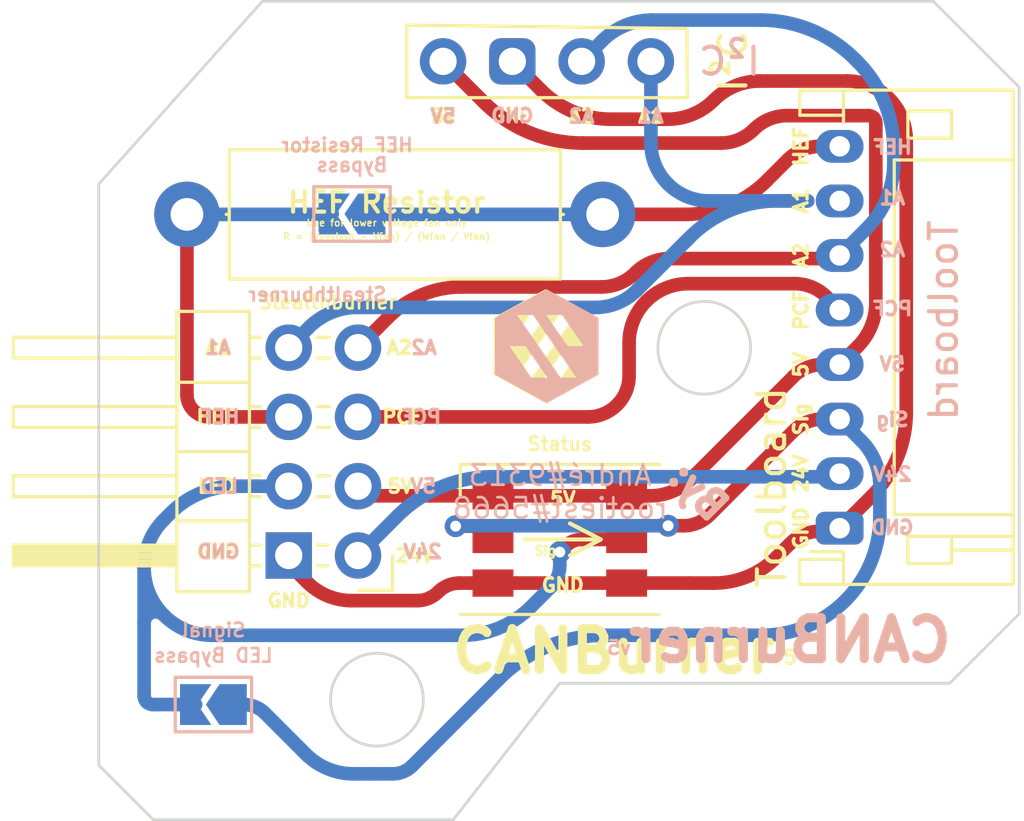
<source format=kicad_pcb>
(kicad_pcb (version 20211014) (generator pcbnew)
  (title_block (title "CanBurner") (date "04.11.2022") (rev "2.0") (comment 2 "rootiest#5668") (comment 3 "André#9313") (comment 4 "By:"))
  (layers (0 "F.Cu" signal) (31 "B.Cu" signal) (34 "B.Paste" user) (35 "F.Paste" user) (36 "B.SilkS" user "B.Silkscreen") (37 "F.SilkS" user "F.Silkscreen") (38 "B.Mask" user) (39 "F.Mask" user) (44 "Edge.Cuts" user))
  (net 0 "")
  (net 1 "/24V")
  (net 2 "/HEF")
  (net 3 "/A1")
  (net 4 "/A2")
  (net 5 "/PCF")
  (net 6 "/Sig")
  (net 7 "/5V")
  (net 8 "/GND")
  (footprint "Connector_PinSocket_2.54mm:PinSocket_1x04_P2.54mm_Vertical" (layer "F.Cu") (at 84.619469 22.330407 -90)
    (fp_text reference "I²C" (at 0 -3.010531 -90) (layer "F.SilkS"))
    (fp_text value "i2C Addon" hide)
    (pad "1" thru_hole oval (at 0 0 270) (size 1.7 1.7) (drill 1) (layers *.Cu *.Mask) (net 3 "/A1"))
    (pad "2" thru_hole oval (at 0 2.54 270) (size 1.7 1.7) (drill 1) (layers *.Cu *.Mask) (net 4 "/A2"))
    (pad "3" thru_hole roundrect (at 0 5.08 270) (size 1.7 1.7) (drill 1) (layers *.Cu *.Mask) (net 8 "/GND"))
    (pad "4" thru_hole oval (at 0 7.62 270) (size 1.7 1.7) (drill 1) (layers *.Cu *.Mask) (net 7 "/5V"))
  )
  (footprint "LED_SMD:LED_WS2812_PLCC6_5.0x5.0mm_P1.6mm" (layer "F.Cu") (at 81.28 39.856814)
    (fp_text reference "Status" (at 0 -3.5) (layer "F.SilkS") (effects (font (size 0.5 0.5) (thickness 0.1))))
    (fp_text value "LED_WS2812_PLCC6_5.0x5.0mm_P1.6mm" hide)
    (pad "1" smd rect (at 2.45 -1.6) (size 1.5 1) (layers "F.Cu" "F.Paste" "F.Mask") (net 7 "/5V"))
    (pad "2" smd rect (at 2.45 0) (size 1.5 1) (layers "F.Cu" "F.Paste" "F.Mask") (net 6 "/Sig"))
    (pad "3" smd rect (at 2.45 1.6) (size 1.5 1) (layers "F.Cu" "F.Paste" "F.Mask") (net 8 "/GND"))
    (pad "4" smd rect (at -2.45 1.6) (size 1.5 1) (layers "F.Cu" "F.Paste" "F.Mask") (net 8 "/GND"))
    (pad "5" smd rect (at -2.45 0) (size 1.5 1) (layers "F.Cu" "F.Paste" "F.Mask") (net 6 "/Sig"))
    (pad "6" smd rect (at -2.45 -1.6) (size 1.5 1) (layers "F.Cu" "F.Paste" "F.Mask") (net 7 "/5V"))
  )
  (footprint "Connector_JST:JST_PH_S8B-PH-K_1x08_P2.00mm_Horizontal" (layer "F.Cu") (at 91.54 39.445 90)
    (fp_text reference "Toolboard" (at 1.495 -2.49 270) (layer "F.SilkS"))
    (fp_text value "JST_PH_S8B-PH-K_1x08_P2.00mm_Horizontal" hide)
    (pad "1" thru_hole roundrect (at 0 0 90) (size 1.2 1.75) (drill 0.75) (layers *.Cu *.Mask) (net 8 "/GND"))
    (pad "2" thru_hole oval (at 2 0 90) (size 1.2 1.75) (drill 0.75) (layers *.Cu *.Mask) (net 1 "/24V"))
    (pad "3" thru_hole oval (at 4 0 90) (size 1.2 1.75) (drill 0.75) (layers *.Cu *.Mask) (net 6 "/Sig"))
    (pad "4" thru_hole oval (at 6 0 90) (size 1.2 1.75) (drill 0.75) (layers *.Cu *.Mask) (net 7 "/5V"))
    (pad "5" thru_hole oval (at 8 0 90) (size 1.2 1.75) (drill 0.75) (layers *.Cu *.Mask) (net 5 "/PCF"))
    (pad "6" thru_hole oval (at 10 0 90) (size 1.2 1.75) (drill 0.75) (layers *.Cu *.Mask) (net 4 "/A2"))
    (pad "7" thru_hole oval (at 12 0 90) (size 1.2 1.75) (drill 0.75) (layers *.Cu *.Mask) (net 3 "/A1"))
    (pad "8" thru_hole oval (at 14 0 90) (size 1.2 1.75) (drill 0.75) (layers *.Cu *.Mask) (net 2 "/HEF"))
  )
  (footprint "Resistor_THT:R_Axial_DIN0414_L11.9mm_D4.5mm_P15.24mm_Horizontal" (layer "F.Cu") (at 82.85 27.94 180)
    (fp_text reference "HEF Resistor" hide)
    (fp_text value "HEF Resistor" hide)
    (pad "1" thru_hole circle (at 0 0 180) (size 2.4 2.4) (drill 1.2) (layers *.Cu *.Mask) (net 2 "/HEF"))
    (pad "2" thru_hole oval (at 15.24 0 180) (size 2.4 2.4) (drill 1.2) (layers *.Cu *.Mask) (net 2 "/HEF"))
  )
  (footprint "Logo:Voron_logo" (layer "F.Cu") (at 80.775 32.73)
    (fp_text reference "G***" hide)
    (fp_text value "LOGO" hide)
  )
  (footprint "Connector_PinHeader_2.54mm:PinHeader_2x04_P2.54mm_Horizontal" (layer "F.Cu") (at 63.261315 32.825026)
    (fp_text reference "J1" hide)
    (fp_text value "Conn_02x04_Odd_Even" hide)
    (pad "1" thru_hole oval (at 8.08 0 180) (size 1.7 1.7) (drill 1) (layers *.Cu *.Mask) (net 3 "/A1"))
    (pad "2" thru_hole oval (at 10.62 0 180) (size 1.7 1.7) (drill 1) (layers *.Cu *.Mask) (net 4 "/A2"))
    (pad "3" thru_hole oval (at 8.08 2.54 180) (size 1.7 1.7) (drill 1) (layers *.Cu *.Mask) (net 2 "/HEF"))
    (pad "4" thru_hole oval (at 10.62 2.54 180) (size 1.7 1.7) (drill 1) (layers *.Cu *.Mask) (net 5 "/PCF"))
    (pad "5" thru_hole oval (at 8.08 5.08 180) (size 1.7 1.7) (drill 1) (layers *.Cu *.Mask) (net 6 "/Sig"))
    (pad "6" thru_hole oval (at 10.62 5.08 180) (size 1.7 1.7) (drill 1) (layers *.Cu *.Mask) (net 7 "/5V"))
    (pad "7" thru_hole rect (at 8.08 7.62 180) (size 1.7 1.7) (drill 1) (layers *.Cu *.Mask) (net 8 "/GND"))
    (pad "8" thru_hole circle (at 10.62 7.62 180) (size 1.7 1.7) (drill 1) (layers *.Cu *.Mask) (net 1 "/24V"))
  )
  (footprint "LOGO" (layer "F.Cu") (at 93.98 21.59)
    (fp_text reference "G***" hide)
    (fp_text value "LOGO" hide)
  )
  (footprint "Logo:Voron_logo" (layer "B.Cu") (at 80.775 32.73 180)
    (fp_text reference "G***" hide)
    (fp_text value "LOGO" hide)
  )
  (footprint "Jumper:SolderJumper-2_P1.3mm_Open_TrianglePad1.0x1.5mm" (layer "B.Cu") (at 73.66 27.925 180)
    (fp_text reference "Bypass" (at 0 1.8) (layer "B.SilkS") (effects (font (size 0.5 0.5) (thickness 0.1)) (justify mirror)))
    (fp_text value "LED Bypass" hide)
    (pad "1" smd custom (at -0.725 0 180) (size 0.3 0.3) (layers "B.Cu" "B.Mask") (net 2 "/HEF") (options (clearance outline) (anchor rect)) (primitives (gr_poly (pts (xy 1 0) (xy 0.5 -0.75) (xy -0.5 -0.75) (xy -0.5 0.75) (xy 0.5 0.75)) (width 0) (fill yes))))
    (pad "2" smd custom (at 0.725 0 180) (size 0.3 0.3) (layers "B.Cu" "B.Mask") (net 2 "/HEF") (options (clearance outline) (anchor rect)) (primitives (gr_poly (pts (xy 0.5 -0.75) (xy -0.65 -0.75) (xy -0.15 0) (xy -0.65 0.75) (xy 0.5 0.75)) (width 0) (fill yes))))
  )
  (footprint "Jumper:SolderJumper-2_P1.3mm_Open_TrianglePad1.0x1.5mm" (layer "B.Cu") (at 68.58 45.91 180)
    (fp_text reference "LED Bypass" (at 0 1.8) (layer "B.SilkS") (effects (font (size 0.5 0.5) (thickness 0.1)) (justify mirror)))
    (fp_text value "LED Bypass")
    (pad "1" smd custom (at -0.725 0 180) (size 0.3 0.3) (layers "B.Cu" "B.Mask") (net 6 "/Sig") (options (clearance outline) (anchor rect)) (primitives (gr_poly (pts (xy 1 0) (xy 0.5 -0.75) (xy -0.5 -0.75) (xy -0.5 0.75) (xy 0.5 0.75)) (width 0) (fill yes))))
    (pad "2" smd custom (at 0.725 0 180) (size 0.3 0.3) (layers "B.Cu" "B.Mask") (net 6 "/Sig") (options (clearance outline) (anchor rect)) (primitives (gr_poly (pts (xy 0.5 -0.75) (xy -0.65 -0.75) (xy -0.15 0) (xy -0.65 0.75) (xy 0.5 0.75)) (width 0) (fill yes))))
  )
  (footprint "LOGO" (layer "B.Cu") (at 71.12 22.86 180)
    (fp_text reference "G***" hide)
    (fp_text value "LOGO" hide)
  )
  (gr_line (start 94.975 20.13) (end 98.12 23.275) (layer "Edge.Cuts") (width 0.1))
  (gr_circle (center 74.575 45.73) (end 76.275 45.73) (layer "Edge.Cuts") (width 0.1) (fill none))
  (gr_line (start 98.12 23.275) (end 98.125 42.58) (layer "Edge.Cuts") (width 0.1))
  (gr_line (start 66.375 50.13) (end 77.375 50.13) (layer "Edge.Cuts") (width 0.1))
  (gr_line (start 98.125 42.58) (end 95.575 45.13) (layer "Edge.Cuts") (width 0.1))
  (gr_circle (center 86.575 32.83) (end 88.275 32.83) (layer "Edge.Cuts") (width 0.1) (fill none))
  (gr_line (start 95.575 45.13) (end 81.275 45.13) (layer "Edge.Cuts") (width 0.1))
  (gr_line (start 64.375 48.13) (end 64.375 26.83) (layer "Edge.Cuts") (width 0.1))
  (gr_line (start 64.375 26.83) (end 70.375 20.13) (layer "Edge.Cuts") (width 0.1))
  (gr_line (start 66.375 50.13) (end 64.375 48.13) (layer "Edge.Cuts") (width 0.1))
  (gr_line (start 70.375 20.13) (end 94.975 20.13) (layer "Edge.Cuts") (width 0.1))
  (gr_line (start 81.275 45.13) (end 77.375 50.13) (layer "Edge.Cuts") (width 0.1))
  (gr_text "24V" (at 76.25 40.305) (layer "B.SilkS") (effects (font (size 0.5 0.5) (thickness 0.125)) (justify mirror)))
  (gr_text "v5" (at 83.45 43.825) (layer "B.SilkS") (effects (font (size 0.5 0.5) (thickness 0.1)) (justify mirror)))
  (gr_text "HEF" (at 93.47 25.475) (layer "B.SilkS") (effects (font (size 0.5 0.5) (thickness 0.125)) (justify mirror)))
  (gr_text "HEF\n" (at 68.825 35.365026) (layer "B.SilkS") (effects (font (size 0.5 0.5) (thickness 0.125)) (justify mirror)))
  (gr_text "A1" (at 68.75 32.825026) (layer "B.SilkS") (effects (font (size 0.5 0.5) (thickness 0.125)) (justify mirror)))
  (gr_text "I²C" (at 87.5 22.330407) (layer "B.SilkS") (effects (font (size 1 1)) (justify mirror)))
  (gr_text "5V\n" (at 76.999469 24.336581) (layer "B.SilkS") (effects (font (size 0.5 0.5) (thickness 0.125)) (justify mirror)))
  (gr_text "24V" (at 93.47 37.466238) (layer "B.SilkS") (effects (font (size 0.5 0.5) (thickness 0.125)) (justify mirror)))
  (gr_text "GND" (at 93.47 39.418616) (layer "B.SilkS") (effects (font (size 0.5 0.5) (thickness 0.125)) (justify mirror)))
  (gr_text "GND\n" (at 79.539469 24.32) (layer "B.SilkS") (effects (font (size 0.5 0.5) (thickness 0.125)) (justify mirror)))
  (gr_text "Stealthburner" (at 72.39 30.88) (layer "B.SilkS") (effects (font (size 0.5 0.5) (thickness 0.1)) (justify mirror)))
  (gr_text "A1" (at 84.619469 24.336581) (layer "B.SilkS") (effects (font (size 0.5 0.5) (thickness 0.125)) (justify mirror)))
  (gr_text "Signal" (at 68.58 43.18) (layer "B.SilkS") (effects (font (size 0.5 0.5) (thickness 0.1)) (justify mirror)))
  (gr_text "A2\n" (at 76.3 32.825026) (layer "B.SilkS") (effects (font (size 0.5 0.5) (thickness 0.125)) (justify mirror)))
  (gr_text "Toolboard" (at 95.35 31.825 90) (layer "B.SilkS") (effects (font (size 1 1)) (justify mirror)))
  (gr_text "A2\n" (at 82.079469 24.336581) (layer "B.SilkS") (effects (font (size 0.5 0.5) (thickness 0.125)) (justify mirror)))
  (gr_text "A1" (at 93.47 27.334981) (layer "B.SilkS") (effects (font (size 0.5 0.5) (thickness 0.125)) (justify mirror)))
  (gr_text "5V\n" (at 76.275 37.905026) (layer "B.SilkS") (effects (font (size 0.5 0.5) (thickness 0.125)) (justify mirror)))
  (gr_text "Sig" (at 93.47 35.461093) (layer "B.SilkS") (effects (font (size 0.5 0.5) (thickness 0.125)) (justify mirror)))
  (gr_text "PCF\n" (at 76.2 35.365026) (layer "B.SilkS") (effects (font (size 0.5 0.5) (thickness 0.125)) (justify mirror)))
  (gr_text "CANBurner" (at 89.725 43.55) (layer "B.SilkS") (effects (font (size 1.5 1.5) (thickness 0.333)) (justify mirror)))
  (gr_text "HEF Resistor" (at 73.48 25.4) (layer "B.SilkS") (effects (font (size 0.5 0.5) (thickness 0.1)) (justify mirror)))
  (gr_text "GND\n" (at 68.775 40.305) (layer "B.SilkS") (effects (font (size 0.5 0.5) (thickness 0.125)) (justify mirror)))
  (gr_text "André#9313\nrootiest#5668\n" (at 81.294076 38.111268) (layer "B.SilkS") (effects (font (size 0.75 0.75) (thickness 0.1)) (justify mirror)))
  (gr_text "PCF" (at 93.47 31.398037) (layer "B.SilkS") (effects (font (size 0.5 0.5) (thickness 0.125)) (justify mirror)))
  (gr_text "5V\n" (at 93.47 33.429565) (layer "B.SilkS") (effects (font (size 0.5 0.5) (thickness 0.125)) (justify mirror)))
  (gr_text "A2" (at 93.47 29.234592) (layer "B.SilkS") (effects (font (size 0.5 0.5) (thickness 0.125)) (justify mirror)))
  (gr_text "LED\n" (at 68.8 37.905026) (layer "B.SilkS") (effects (font (size 0.5 0.5) (thickness 0.125)) (justify mirror)))
  (gr_text "By:\n" (at 86.36 38.1 315) (layer "B.SilkS") (effects (font (size 1 1) (thickness 0.25)) (justify mirror)))
  (gr_text "v5" (at 89.525 44.175) (layer "F.SilkS") (effects (font (size 0.5 0.5) (thickness 0.1))))
  (gr_text "5V\n" (at 76.999469 24.336581) (layer "F.SilkS") (effects (font (size 0.5 0.5) (thickness 0.125))))
  (gr_text "GND\n" (at 71.341315 42.1) (layer "F.SilkS") (effects (font (size 0.5 0.5) (thickness 0.125))))
  (gr_text "A2\n" (at 82.079469 24.336581) (layer "F.SilkS") (effects (font (size 0.5 0.5) (thickness 0.125))))
  (gr_text "GND" (at 90.12 39.445 90) (layer "F.SilkS") (effects (font (size 0.5 0.5) (thickness 0.125))))
  (gr_text "CANBurner" (at 83.25 43.95) (layer "F.SilkS") (effects (font (size 1.5 1.5) (thickness 0.333))))
  (gr_text "Sig" (at 80.75 40.270631) (layer "F.SilkS") (effects (font (size 0.333 0.333) (thickness 0.08325))))
  (gr_text "GND\n" (at 79.539469 24.32) (layer "F.SilkS") (effects (font (size 0.5 0.5) (thickness 0.125))))
  (gr_text "PCF\n" (at 75.5 35.365026) (layer "F.SilkS") (effects (font (size 0.5 0.5) (thickness 0.125))))
  (gr_text "Use for lower voltage fan only" (at 74.93 28.25) (layer "F.SilkS") (effects (font (size 0.25 0.25) (thickness 0.05))))
  (gr_text "LED\n" (at 68.7 37.905026) (layer "F.SilkS") (effects (font (size 0.5 0.5) (thickness 0.125))))
  (gr_text "Sig" (at 90.12 35.445001 90) (layer "F.SilkS") (effects (font (size 0.5 0.5) (thickness 0.125))))
  (gr_text "GND\n" (at 81.390074 41.531175) (layer "F.SilkS") (effects (font (size 0.5 0.5) (thickness 0.125))))
  (gr_text "R = (Vsystem - Vfan) / (Wfan / Vfan)" (at 74.93 28.75) (layer "F.SilkS") (effects (font (size 0.25 0.25) (thickness 0.05))))
  (gr_text "HEF\n" (at 68.675 35.365026) (layer "F.SilkS") (effects (font (size 0.5 0.5) (thickness 0.125))))
  (gr_text "5V\n" (at 75.425 37.905026) (layer "F.SilkS") (effects (font (size 0.5 0.5) (thickness 0.125))))
  (gr_text "24V" (at 90.12 37.445 90) (layer "F.SilkS") (effects (font (size 0.5 0.5) (thickness 0.125))))
  (gr_text "HEF" (at 90.12 25.445 90) (layer "F.SilkS") (effects (font (size 0.5 0.5) (thickness 0.125))))
  (gr_text "A1" (at 68.75 32.825026) (layer "F.SilkS") (effects (font (size 0.5 0.5) (thickness 0.125))))
  (gr_text "HEF Resistor" (at 74.93 27.5) (layer "F.SilkS") (effects (font (size 0.75 0.75))))
  (gr_text "5V\n" (at 81.390074 38.376883) (layer "F.SilkS") (effects (font (size 0.5 0.5) (thickness 0.125))))
  (gr_text "5V\n" (at 90.12 33.445 90) (layer "F.SilkS") (effects (font (size 0.5 0.5) (thickness 0.125))))
  (gr_text "24V" (at 75.95 40.45) (layer "F.SilkS") (effects (font (size 0.5 0.5) (thickness 0.125))))
  (gr_text "A1" (at 90.12 27.445 90) (layer "F.SilkS") (effects (font (size 0.5 0.5) (thickness 0.125))))
  (gr_text "GND\n" (at 68.725 40.305) (layer "F.SilkS") (effects (font (size 0.5 0.5) (thickness 0.125))))
  (gr_text "A2\n" (at 75.4 32.825026) (layer "F.SilkS") (effects (font (size 0.5 0.5) (thickness 0.125))))
  (gr_text "Stealthburner" (at 72.776206 31.158041) (layer "F.SilkS") (effects (font (size 0.5 0.5) (thickness 0.1))))
  (gr_text "A1" (at 84.619469 24.336581) (layer "F.SilkS") (effects (font (size 0.5 0.5) (thickness 0.125))))
  (gr_text "PCF" (at 90.12 31.445001 90) (layer "F.SilkS") (effects (font (size 0.5 0.5) (thickness 0.125))))
  (gr_text "A2" (at 90.12 29.445 90) (layer "F.SilkS") (effects (font (size 0.5 0.5) (thickness 0.125))))
  (dimension (type leader) (layer "F.SilkS") (pts (xy 83.28 39.856814) (xy 80.01 39.856814)) (gr_text "" (at 79.28 39.856814) (layer "F.SilkS") (effects (font (size 1 1) (thickness 0.15)))) (format (units 0) (units_format 0) (precision 4) (override_value "")) (style (thickness 0.15) (arrow_length 1.27) (text_position_mode 0) (text_frame 0) (extension_offset 0.5)))
  (segment (start 91.4825 37.5025) (end 91.54 37.445) (width 0.5) (layer "B.Cu") (net 1))
  (segment (start 75.323828 39.002513) (end 73.881315 40.445026) (width 0.5) (layer "B.Cu") (net 1))
  (segment (start 78.806362 37.56) (end 91.343682 37.56) (width 0.5) (layer "B.Cu") (net 1))
  (arc (start 78.806362 37.56) (mid 76.921628 37.934896) (end 75.323828 39.002513) (width 0.5) (layer "B.Cu") (net 1))
  (arc (start 91.4825 37.5025) (mid 91.418809 37.545056) (end 91.343682 37.56) (width 0.5) (layer "B.Cu") (net 1))
  (segment (start 67.61 34.54557) (end 67.61 27.975) (width 0.5) (layer "F.Cu") (net 2))
  (segment (start 85.865768 27.94) (end 82.85 27.94) (width 0.5) (layer "F.Cu") (net 2))
  (segment (start 90.8325 25.445) (end 91.54 25.445) (width 0.5) (layer "F.Cu") (net 2))
  (segment (start 88.877499 26.692499) (end 89.624721 25.945278) (width 0.5) (layer "F.Cu") (net 2))
  (segment (start 68.429455 35.365026) (end 71.341315 35.365026) (width 0.5) (layer "F.Cu") (net 2))
  (arc (start 67.850013 35.125013) (mid 68.115863 35.302648) (end 68.429455 35.365026) (width 0.5) (layer "F.Cu") (net 2))
  (arc (start 90.8325 25.445) (mid 90.178854 25.575018) (end 89.624721 25.945278) (width 0.5) (layer "F.Cu") (net 2))
  (arc (start 88.877499 26.692499) (mid 87.495705 27.615785) (end 85.865768 27.94) (width 0.5) (layer "F.Cu") (net 2))
  (arc (start 67.61 34.54557) (mid 67.672377 34.859162) (end 67.850013 35.125013) (width 0.5) (layer "F.Cu") (net 2))
  (segment (start 74.3925 27.9325) (end 74.385 27.925) (width 0.5) (layer "B.Cu") (net 2))
  (segment (start 72.9275 27.9325) (end 72.935 27.925) (width 0.5) (layer "B.Cu") (net 2))
  (segment (start 74.410606 27.94) (end 82.85 27.94) (width 0.5) (layer "B.Cu") (net 2))
  (segment (start 72.909393 27.94) (end 67.61 27.94) (width 0.5) (layer "B.Cu") (net 2))
  (arc (start 74.3925 27.9325) (mid 74.400807 27.93805) (end 74.410606 27.94) (width 0.5) (layer "B.Cu") (net 2))
  (arc (start 72.9275 27.9325) (mid 72.919192 27.93805) (end 72.909393 27.94) (width 0.5) (layer "B.Cu") (net 2))
  (segment (start 84.619469 25.318745) (end 84.619469 22.330407) (width 0.5) (layer "B.Cu") (net 3))
  (segment (start 85.33875 29.48625) (end 85.96 28.865) (width 0.5) (layer "B.Cu") (net 3))
  (segment (start 84.09625 30.72875) (end 85.33875 29.48625) (width 0.5) (layer "B.Cu") (net 3))
  (segment (start 90.368428 27.445) (end 89.262671 27.445) (width 0.5) (layer "B.Cu") (net 3))
  (segment (start 72.078828 32.087513) (end 71.341315 32.825026) (width 0.5) (layer "B.Cu") (net 3))
  (segment (start 86.745723 27.445) (end 90.368428 27.445) (width 0.5) (layer "B.Cu") (net 3))
  (segment (start 82.596419 31.35) (end 73.859341 31.35) (width 0.5) (layer "B.Cu") (net 3))
  (segment (start 85.33875 29.48625) (end 84.09625 30.72875) (width 0.5) (layer "B.Cu") (net 3))
  (segment (start 85.33875 29.48625) (end 86.04875 28.77625) (width 0.5) (layer "B.Cu") (net 3))
  (arc (start 90.368428 27.445) (mid 90.368428 27.445) (end 90.368428 27.445) (width 0.5) (layer "B.Cu") (net 3))
  (arc (start 89.262671 27.445) (mid 87.523309 27.79098) (end 86.04875 28.77625) (width 0.5) (layer "B.Cu") (net 3))
  (arc (start 84.09625 30.72875) (mid 83.408121 31.188542) (end 82.596419 31.35) (width 0.5) (layer "B.Cu") (net 3))
  (arc (start 73.859341 31.35) (mid 72.895734 31.541673) (end 72.078828 32.087513) (width 0.5) (layer "B.Cu") (net 3))
  (arc (start 85.33875 29.48625) (mid 85.33875 29.48625) (end 85.33875 29.48625) (width 0.5) (layer "B.Cu") (net 3))
  (arc (start 85.242234 26.822234) (mid 85.93204 27.283148) (end 86.745723 27.445) (width 0.5) (layer "B.Cu") (net 3))
  (arc (start 84.619469 25.318745) (mid 84.78132 26.132427) (end 85.242234 26.822234) (width 0.5) (layer "B.Cu") (net 3))
  (segment (start 74.993828 31.712513) (end 73.881315 32.825026) (width 0.5) (layer "F.Cu") (net 4))
  (segment (start 77.679671 30.6) (end 82.793061 30.6) (width 0.5) (layer "F.Cu") (net 4))
  (segment (start 85.303844 29.56) (end 91.343682 29.56) (width 0.5) (layer "F.Cu") (net 4))
  (segment (start 91.4825 29.5025) (end 91.54 29.445) (width 0.5) (layer "F.Cu") (net 4))
  (arc (start 85.303844 29.56) (mid 84.624431 29.695143) (end 84.048453 30.08) (width 0.5) (layer "F.Cu") (net 4))
  (arc (start 84.048453 30.08) (mid 83.472474 30.464856) (end 82.793061 30.6) (width 0.5) (layer "F.Cu") (net 4))
  (arc (start 91.4825 29.5025) (mid 91.418809 29.545056) (end 91.343682 29.56) (width 0.5) (layer "F.Cu") (net 4))
  (arc (start 77.679671 30.6) (mid 76.226103 30.889132) (end 74.993828 31.712513) (width 0.5) (layer "F.Cu") (net 4))
  (segment (start 92.1868 22.3368) (end 92.095542 22.245542) (width 0.5) (layer "B.Cu") (net 4))
  (segment (start 82.83663 21.573245) (end 82.079469 22.330407) (width 0.5) (layer "B.Cu") (net 4))
  (segment (start 92.5325 28.4525) (end 91.54 29.445) (width 0.5) (layer "B.Cu") (net 4))
  (segment (start 84.66458 20.816084) (end 88.644525 20.816084) (width 0.5) (layer "B.Cu") (net 4))
  (segment (start 93.525 26.056393) (end 93.525 25.5675) (width 0.5) (layer "B.Cu") (net 4))
  (arc (start 92.1868 22.3368) (mid 93.177213 23.819057) (end 93.525 25.5675) (width 0.5) (layer "B.Cu") (net 4))
  (arc (start 92.095542 22.245542) (mid 90.512201 21.187588) (end 88.644525 20.816084) (width 0.5) (layer "B.Cu") (net 4))
  (arc (start 84.66458 20.816084) (mid 83.6753 21.012863) (end 82.83663 21.573245) (width 0.5) (layer "B.Cu") (net 4))
  (arc (start 93.525 26.056393) (mid 93.267057 27.353156) (end 92.5325 28.4525) (width 0.5) (layer "B.Cu") (net 4))
  (segment (start 82.309166 35.365026) (end 73.881315 35.365026) (width 0.5) (layer "F.Cu") (net 5))
  (segment (start 89.892641 30.48) (end 85.988025 30.48) (width 0.5) (layer "F.Cu") (net 5))
  (segment (start 83.82 32.648025) (end 83.82 33.854192) (width 0.5) (layer "F.Cu") (net 5))
  (segment (start 91.0575 30.9625) (end 91.54 31.445) (width 0.5) (layer "F.Cu") (net 5))
  (arc (start 84.455 31.115) (mid 83.985031 31.818357) (end 83.82 32.648025) (width 0.5) (layer "F.Cu") (net 5))
  (arc (start 91.0575 30.9625) (mid 90.523058 30.605397) (end 89.892641 30.48) (width 0.5) (layer "F.Cu") (net 5))
  (arc (start 83.377487 34.922513) (mid 82.887337 35.25002) (end 82.309166 35.365026) (width 0.5) (layer "F.Cu") (net 5))
  (arc (start 85.988025 30.48) (mid 85.158357 30.645031) (end 84.455 31.115) (width 0.5) (layer "F.Cu") (net 5))
  (arc (start 83.82 33.854192) (mid 83.704994 34.432363) (end 83.377487 34.922513) (width 0.5) (layer "F.Cu") (net 5))
  (segment (start 90.9125 35.445) (end 91.54 35.445) (width 0.5) (layer "F.Cu") (net 6))
  (segment (start 89.84129 35.888709) (end 86.772747 38.957252) (width 0.5) (layer "F.Cu") (net 6))
  (segment (start 77.998954 39.369999) (end 77.459972 39.369999) (width 0.5) (layer "F.Cu") (net 6))
  (segment (start 78.586592 39.613406) (end 78.83 39.856814) (width 0.5) (layer "F.Cu") (net 6))
  (segment (start 81.511495 40.088309) (end 81.28 40.319805) (width 0.5) (layer "F.Cu") (net 6))
  (segment (start 82.070375 39.856814) (end 83.73 39.856814) (width 0.5) (layer "F.Cu") (net 6))
  (segment (start 85.25 39.355) (end 85.8125 39.355) (width 0.5) (layer "F.Cu") (net 6))
  (via blind (at 81.28 40.319805) (size 0.8) (drill 0.4) (layers "F.Cu" "B.Cu") (net 6))
  (via blind (at 85.25 39.355) (size 0.8) (drill 0.4) (layers "F.Cu" "B.Cu") (net 6))
  (via blind (at 77.459972 39.369999) (size 0.8) (drill 0.4) (layers "F.Cu" "B.Cu") (net 6))
  (arc (start 90.9125 35.445) (mid 90.332765 35.560316) (end 89.84129 35.888709) (width 0.5) (layer "F.Cu") (net 6))
  (arc (start 78.586592 39.613406) (mid 78.316981 39.433258) (end 77.998954 39.369999) (width 0.5) (layer "F.Cu") (net 6))
  (arc (start 86.772747 38.957252) (mid 86.332182 39.251628) (end 85.8125 39.355) (width 0.5) (layer "F.Cu") (net 6))
  (arc (start 82.070375 39.856814) (mid 81.767911 39.916977) (end 81.511495 40.088309) (width 0.5) (layer "F.Cu") (net 6))
  (segment (start 93.013145 39.033948) (end 93.013145 37.878498) (width 0.5) (layer "B.Cu") (net 6))
  (segment (start 80.229999 42.319999) (end 80.944055 41.605944) (width 0.5) (layer "B.Cu") (net 6))
  (segment (start 66.77 42.64) (end 66.763672 42.633672) (width 0.5) (layer "B.Cu") (net 6))
  (segment (start 79.061207 44.963792) (end 75.870217 48.154782) (width 0.5) (layer "B.Cu") (net 6))
  (segment (start 75.1575 48.45) (end 74.3225 48.45) (width 0.5) (layer "B.Cu") (net 6))
  (segment (start 69.382718 37.905026) (end 71.341315 37.905026) (width 0.5) (layer "B.Cu") (net 6))
  (segment (start 77.467471 39.362499) (end 77.459972 39.369999) (width 0.5) (layer "B.Cu") (net 6))
  (segment (start 91.691011 35.596011) (end 92.334072 36.239072) (width 0.5) (layer "B.Cu") (net 6))
  (segment (start 66.04 45.585649) (end 66.04 42.933427) (width 0.5) (layer "B.Cu") (net 6))
  (segment (start 68.532375 43.37) (end 77.695075 43.37) (width 0.5) (layer "B.Cu") (net 6))
  (segment (start 82.908963 43.37) (end 88.677093 43.37) (width 0.5) (layer "B.Cu") (net 6))
  (segment (start 74.3225 48.45) (end 73.716572 48.45) (width 0.5) (layer "B.Cu") (net 6))
  (segment (start 69.691572 45.91) (end 69.23 45.91) (width 0.5) (layer "B.Cu") (net 6))
  (segment (start 70.479526 46.236381) (end 71.969472 47.726327) (width 0.5) (layer "B.Cu") (net 6))
  (segment (start 81.28 40.794902) (end 81.28 40.319805) (width 0.5) (layer "B.Cu") (net 6))
  (segment (start 66.36435 45.91) (end 67.93 45.91) (width 0.5) (layer "B.Cu") (net 6))
  (segment (start 66.04 42.933427) (end 66.04 40.886572) (width 0.5) (layer "B.Cu") (net 6))
  (segment (start 66.763672 39.139472) (end 67.019059 38.884085) (width 0.5) (layer "B.Cu") (net 6))
  (segment (start 77.485576 39.355) (end 85.09 39.355) (width 0.5) (layer "B.Cu") (net 6))
  (segment (start 91.604072 35.56) (end 91.553145 35.56) (width 0.5) (layer "B.Cu") (net 6))
  (arc (start 66.77 42.64) (mid 67.578584 43.180279) (end 68.532375 43.37) (width 0.5) (layer "B.Cu") (net 6))
  (arc (start 66.763672 39.139472) (mid 66.228076 39.941048) (end 66.04 40.886572) (width 0.5) (layer "B.Cu") (net 6))
  (arc (start 70.479526 46.236381) (mid 70.118009 45.994823) (end 69.691572 45.91) (width 0.5) (layer "B.Cu") (net 6))
  (arc (start 66.04 45.585649) (mid 66.064689 45.709773) (end 66.135 45.815) (width 0.5) (layer "B.Cu") (net 6))
  (arc (start 91.743145 42.1) (mid 90.336428 43.039937) (end 88.677093 43.37) (width 0.5) (layer "B.Cu") (net 6))
  (arc (start 92.334072 36.239072) (mid 92.836659 36.991247) (end 93.013145 37.878498) (width 0.5) (layer "B.Cu") (net 6))
  (arc (start 81.28 40.794902) (mid 81.19269 41.233835) (end 80.944055 41.605944) (width 0.5) (layer "B.Cu") (net 6))
  (arc (start 80.229999 42.319999) (mid 79.066966 43.097113) (end 77.695075 43.37) (width 0.5) (layer "B.Cu") (net 6))
  (arc (start 71.969472 47.726327) (mid 72.771048 48.261923) (end 73.716572 48.45) (width 0.5) (layer "B.Cu") (net 6))
  (arc (start 91.691011 35.596011) (mid 91.651123 35.569358) (end 91.604072 35.56) (width 0.5) (layer "B.Cu") (net 6))
  (arc (start 66.135 45.815) (mid 66.240226 45.88531) (end 66.36435 45.91) (width 0.5) (layer "B.Cu") (net 6))
  (arc (start 66.763672 42.633672) (mid 66.301691 42.541778) (end 66.04 42.933427) (width 0.5) (layer "B.Cu") (net 6))
  (arc (start 82.908963 43.37) (mid 80.826572 43.784213) (end 79.061207 44.963792) (width 0.5) (layer "B.Cu") (net 6))
  (arc (start 93.013145 39.033948) (mid 92.683082 40.693283) (end 91.743145 42.1) (width 0.5) (layer "B.Cu") (net 6))
  (arc (start 77.485576 39.355) (mid 77.475777 39.356948) (end 77.467471 39.362499) (width 0.5) (layer "B.Cu") (net 6))
  (arc (start 69.382718 37.905026) (mid 68.103515 38.159475) (end 67.019059 38.884085) (width 0.5) (layer "B.Cu") (net 6))
  (arc (start 66.04 40.886572) (mid 66.228076 41.832095) (end 66.763672 42.633672) (width 0.5) (layer "B.Cu") (net 6))
  (arc (start 75.870217 48.154782) (mid 75.543219 48.373275) (end 75.1575 48.45) (width 0.5) (layer "B.Cu") (net 6))
  (segment (start 74.057209 38.08092) (end 73.881315 37.905026) (width 0.5) (layer "F.Cu") (net 7))
  (segment (start 81.128448 38.256814) (end 82.858407 38.256814) (width 0.5) (layer "F.Cu") (net 7))
  (segment (start 84.601593 38.256814) (end 82.858407 38.256814) (width 0.5) (layer "F.Cu") (net 7))
  (segment (start 89.84129 33.888709) (end 86.089495 37.640504) (width 0.5) (layer "F.Cu") (net 7))
  (segment (start 92.202499 32.782499) (end 91.983709 33.00129) (width 0.5) (layer "F.Cu") (net 7))
  (segment (start 82.111559 25.325) (end 87.184357 25.325) (width 0.5) (layer "F.Cu") (net 7))
  (segment (start 78.496765 23.827703) (end 76.999469 22.330407) (width 0.5) (layer "F.Cu") (net 7))
  (segment (start 92.600398 24.32) (end 89.610642 24.32) (width 0.5) (layer "F.Cu") (net 7))
  (segment (start 92.865 24.584601) (end 92.865 31.183083) (width 0.5) (layer "F.Cu") (net 7))
  (segment (start 81.128448 38.256814) (end 76.531551 38.256814) (width 0.5) (layer "F.Cu") (net 7))
  (segment (start 76.531551 38.256814) (end 74.481854 38.256814) (width 0.5) (layer "F.Cu") (net 7))
  (arc (start 92.7875 24.3975) (mid 92.844858 24.483342) (end 92.865 24.584601) (width 0.5) (layer "F.Cu") (net 7))
  (arc (start 92.7875 24.3975) (mid 92.701656 24.340141) (end 92.600398 24.32) (width 0.5) (layer "F.Cu") (net 7))
  (arc (start 92.865 31.183083) (mid 92.692821 32.048681) (end 92.202499 32.782499) (width 0.5) (layer "F.Cu") (net 7))
  (arc (start 90.9125 33.445) (mid 90.332765 33.560316) (end 89.84129 33.888709) (width 0.5) (layer "F.Cu") (net 7))
  (arc (start 74.057209 38.08092) (mid 74.252037 38.2111) (end 74.481854 38.256814) (width 0.5) (layer "F.Cu") (net 7))
  (arc (start 91.983709 33.00129) (mid 91.492234 33.329683) (end 90.9125 33.445) (width 0.5) (layer "F.Cu") (net 7))
  (arc (start 86.089495 37.640504) (mid 85.406839 38.09664) (end 84.601593 38.256814) (width 0.5) (layer "F.Cu") (net 7))
  (arc (start 89.610642 24.32) (mid 88.954094 24.450595) (end 88.3975 24.8225) (width 0.5) (layer "F.Cu") (net 7))
  (arc (start 88.3975 24.8225) (mid 87.840905 25.194404) (end 87.184357 25.325) (width 0.5) (layer "F.Cu") (net 7))
  (arc (start 78.496765 23.827703) (mid 80.155246 24.935865) (end 82.111559 25.325) (width 0.5) (layer "F.Cu") (net 7))
  (segment (start 91.811974 23.05) (end 88.619949 23.05) (width 0.5) (layer "F.Cu") (net 8))
  (segment (start 85.24005 24.45) (end 83.15784 24.45) (width 0.5) (layer "F.Cu") (net 8))
  (segment (start 92.702499 38.282499) (end 91.868709 39.11629) (width 0.5) (layer "F.Cu") (net 8))
  (segment (start 71.341315 40.596598) (end 71.341315 40.445026) (width 0.5) (layer "F.Cu") (net 8))
  (segment (start 86.001593 41.456814) (end 86.931935 41.456814) (width 0.5) (layer "F.Cu") (net 8))
  (segment (start 89.72629 40.003709) (end 89.221593 40.508407) (width 0.5) (layer "F.Cu") (net 8))
  (segment (start 77.601132 41.456814) (end 77.988165 41.456814) (width 0.5) (layer "F.Cu") (net 8))
  (segment (start 76.048343 42.1) (end 73.649033 42.1) (width 0.5) (layer "F.Cu") (net 8))
  (segment (start 93.98 35.198342) (end 93.98 25.218025) (width 0.5) (layer "F.Cu") (net 8))
  (segment (start 79.671834 41.456814) (end 81.458407 41.456814) (width 0.5) (layer "F.Cu") (net 8))
  (segment (start 86.001593 41.456814) (end 81.458407 41.456814) (width 0.5) (layer "F.Cu") (net 8))
  (segment (start 79.671834 41.456814) (end 77.988165 41.456814) (width 0.5) (layer "F.Cu") (net 8))
  (segment (start 80.599265 23.390203) (end 79.539469 22.330407) (width 0.5) (layer "F.Cu") (net 8))
  (segment (start 72.01723 41.424085) (end 71.448492 40.855347) (width 0.5) (layer "F.Cu") (net 8))
  (arc (start 93.345 23.685) (mid 93.814968 24.388357) (end 93.98 25.218025) (width 0.5) (layer "F.Cu") (net 8))
  (arc (start 72.01723 41.424085) (mid 72.765907 41.924335) (end 73.649033 42.1) (width 0.5) (layer "F.Cu") (net 8))
  (arc (start 76.824738 41.778407) (mid 76.468525 42.01642) (end 76.048343 42.1) (width 0.5) (layer "F.Cu") (net 8))
  (arc (start 88.619949 23.05) (mid 87.705355 23.231924) (end 86.93 23.75) (width 0.5) (layer "F.Cu") (net 8))
  (arc (start 90.7975 39.56) (mid 90.217765 39.675316) (end 89.72629 40.003709) (width 0.5) (layer "F.Cu") (net 8))
  (arc (start 91.868709 39.11629) (mid 91.377234 39.444683) (end 90.7975 39.56) (width 0.5) (layer "F.Cu") (net 8))
  (arc (start 93.345 23.685) (mid 92.641641 23.215031) (end 91.811974 23.05) (width 0.5) (layer "F.Cu") (net 8))
  (arc (start 71.341315 40.596598) (mid 71.369169 40.736632) (end 71.448492 40.855347) (width 0.5) (layer "F.Cu") (net 8))
  (arc (start 89.221593 40.508407) (mid 88.171089 41.210331) (end 86.931935 41.456814) (width 0.5) (layer "F.Cu") (net 8))
  (arc (start 80.599265 23.390203) (mid 81.773149 24.174567) (end 83.15784 24.45) (width 0.5) (layer "F.Cu") (net 8))
  (arc (start 77.601132 41.456814) (mid 77.18095 41.540393) (end 76.824738 41.778407) (width 0.5) (layer "F.Cu") (net 8))
  (arc (start 93.98 35.198342) (mid 93.647988 36.867476) (end 92.702499 38.282499) (width 0.5) (layer "F.Cu") (net 8))
  (arc (start 86.93 23.75) (mid 86.154644 24.268075) (end 85.24005 24.45) (width 0.5) (layer "F.Cu") (net 8))
)
</source>
